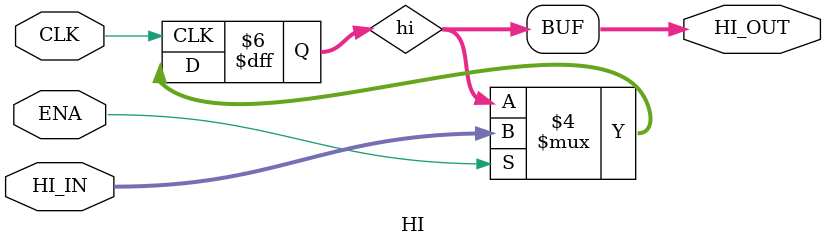
<source format=v>
`timescale 1ns / 1ps
module HI
(
	CLK,
    ENA,
    HI_IN,
    HI_OUT
);
    input CLK;
	input ENA;
	input [31:0]HI_IN;
	output [31:0]HI_OUT;

	reg [31:0]hi = 32'b0;
	always @(negedge CLK) begin
		if(ENA) begin
			hi <= HI_IN;
		end else begin
			hi <= hi;
		end
	end

	assign HI_OUT = hi;
endmodule
</source>
